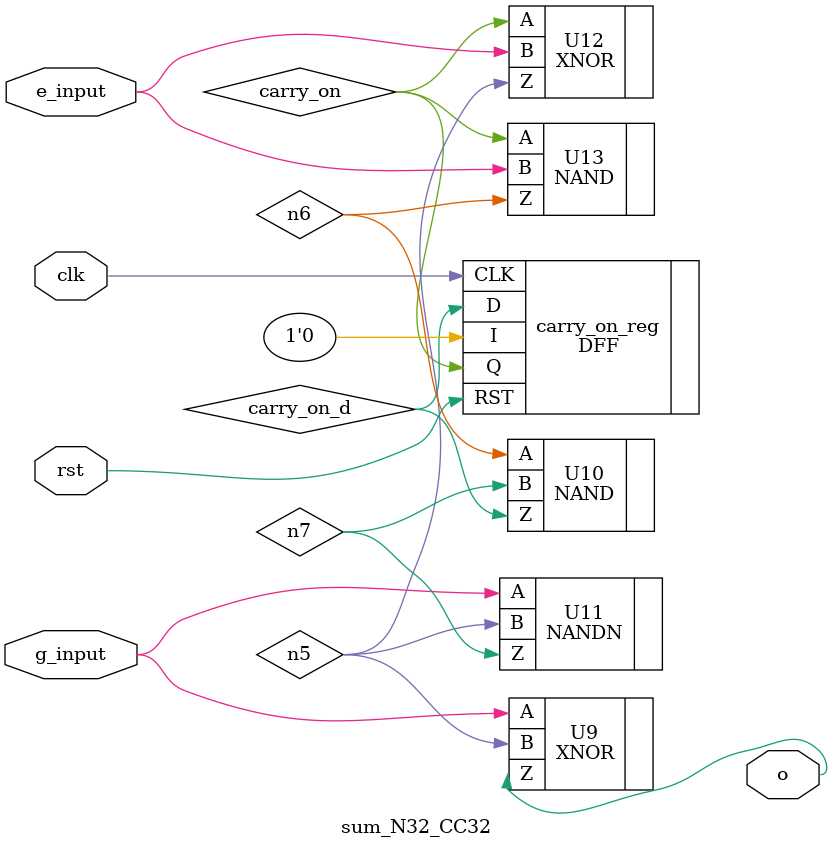
<source format=v>

module sum_N32_CC32 ( clk, rst, g_input, e_input, o );
  input [0:0] g_input;
  input [0:0] e_input;
  output [0:0] o;
  input clk, rst;
  wire   carry_on, carry_on_d, n5, n6, n7;

  DFF carry_on_reg ( .D(carry_on_d), .CLK(clk), .RST(rst), .I(1'b0), .Q(
        carry_on) );
  XNOR U9 ( .A(g_input[0]), .B(n5), .Z(o[0]) );
  NAND U10 ( .A(n6), .B(n7), .Z(carry_on_d) );
  NANDN U11 ( .B(n5), .A(g_input[0]), .Z(n7) );
  XNOR U12 ( .A(carry_on), .B(e_input[0]), .Z(n5) );
  NAND U13 ( .A(carry_on), .B(e_input[0]), .Z(n6) );
endmodule


</source>
